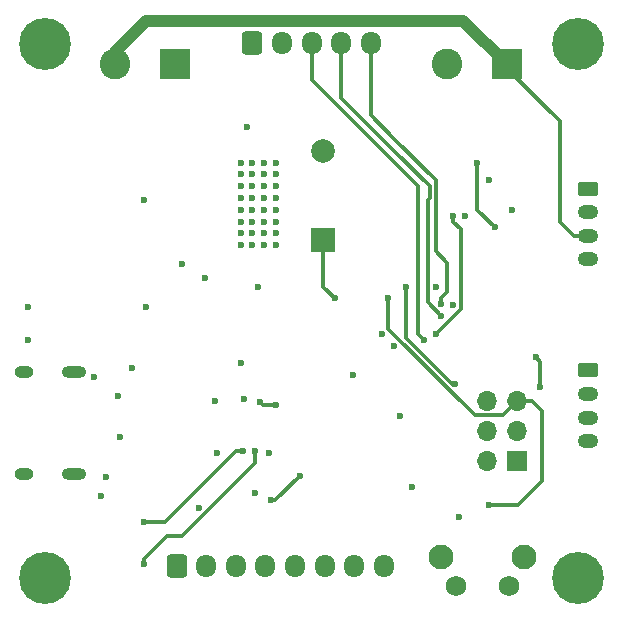
<source format=gbl>
%TF.GenerationSoftware,KiCad,Pcbnew,8.0.8-8.0.8-0~ubuntu24.04.1*%
%TF.CreationDate,2025-02-01T12:16:17-07:00*%
%TF.ProjectId,Control Board,436f6e74-726f-46c2-9042-6f6172642e6b,rev?*%
%TF.SameCoordinates,Original*%
%TF.FileFunction,Copper,L4,Bot*%
%TF.FilePolarity,Positive*%
%FSLAX46Y46*%
G04 Gerber Fmt 4.6, Leading zero omitted, Abs format (unit mm)*
G04 Created by KiCad (PCBNEW 8.0.8-8.0.8-0~ubuntu24.04.1) date 2025-02-01 12:16:17*
%MOMM*%
%LPD*%
G01*
G04 APERTURE LIST*
G04 Aperture macros list*
%AMRoundRect*
0 Rectangle with rounded corners*
0 $1 Rounding radius*
0 $2 $3 $4 $5 $6 $7 $8 $9 X,Y pos of 4 corners*
0 Add a 4 corners polygon primitive as box body*
4,1,4,$2,$3,$4,$5,$6,$7,$8,$9,$2,$3,0*
0 Add four circle primitives for the rounded corners*
1,1,$1+$1,$2,$3*
1,1,$1+$1,$4,$5*
1,1,$1+$1,$6,$7*
1,1,$1+$1,$8,$9*
0 Add four rect primitives between the rounded corners*
20,1,$1+$1,$2,$3,$4,$5,0*
20,1,$1+$1,$4,$5,$6,$7,0*
20,1,$1+$1,$6,$7,$8,$9,0*
20,1,$1+$1,$8,$9,$2,$3,0*%
G04 Aperture macros list end*
%TA.AperFunction,ComponentPad*%
%ADD10R,2.600000X2.600000*%
%TD*%
%TA.AperFunction,ComponentPad*%
%ADD11C,2.600000*%
%TD*%
%TA.AperFunction,ComponentPad*%
%ADD12RoundRect,0.250000X-0.625000X0.350000X-0.625000X-0.350000X0.625000X-0.350000X0.625000X0.350000X0*%
%TD*%
%TA.AperFunction,ComponentPad*%
%ADD13O,1.750000X1.200000*%
%TD*%
%TA.AperFunction,ComponentPad*%
%ADD14C,4.400000*%
%TD*%
%TA.AperFunction,HeatsinkPad*%
%ADD15O,2.100000X1.000000*%
%TD*%
%TA.AperFunction,HeatsinkPad*%
%ADD16O,1.600000X1.000000*%
%TD*%
%TA.AperFunction,ComponentPad*%
%ADD17R,2.000000X2.000000*%
%TD*%
%TA.AperFunction,ComponentPad*%
%ADD18C,2.000000*%
%TD*%
%TA.AperFunction,ComponentPad*%
%ADD19C,2.100000*%
%TD*%
%TA.AperFunction,ComponentPad*%
%ADD20C,1.750000*%
%TD*%
%TA.AperFunction,ComponentPad*%
%ADD21R,1.700000X1.700000*%
%TD*%
%TA.AperFunction,ComponentPad*%
%ADD22O,1.700000X1.700000*%
%TD*%
%TA.AperFunction,ComponentPad*%
%ADD23RoundRect,0.250000X-0.600000X-0.725000X0.600000X-0.725000X0.600000X0.725000X-0.600000X0.725000X0*%
%TD*%
%TA.AperFunction,ComponentPad*%
%ADD24O,1.700000X1.950000*%
%TD*%
%TA.AperFunction,ViaPad*%
%ADD25C,0.600000*%
%TD*%
%TA.AperFunction,Conductor*%
%ADD26C,0.300000*%
%TD*%
%TA.AperFunction,Conductor*%
%ADD27C,1.000000*%
%TD*%
G04 APERTURE END LIST*
D10*
%TO.P,J1,1,Pin_1*%
%TO.N,GND*%
X148480000Y-77695000D03*
D11*
%TO.P,J1,2,Pin_2*%
%TO.N,+9V*%
X143400000Y-77695000D03*
%TD*%
D12*
%TO.P,J7,1,Pin_1*%
%TO.N,BTN2*%
X183400000Y-103600000D03*
D13*
%TO.P,J7,2,Pin_2*%
%TO.N,GND*%
X183400000Y-105600000D03*
%TO.P,J7,3,Pin_3*%
%TO.N,BTN1*%
X183400000Y-107600000D03*
%TO.P,J7,4,Pin_4*%
%TO.N,GND*%
X183400000Y-109600000D03*
%TD*%
D14*
%TO.P,H3,1,1*%
%TO.N,GND*%
X182600000Y-76000000D03*
%TD*%
D15*
%TO.P,J2,S1,SHIELD*%
%TO.N,Net-(J2-SHIELD)*%
X139851573Y-103771573D03*
D16*
X135671573Y-103771573D03*
D15*
X139851573Y-112411573D03*
D16*
X135671573Y-112411573D03*
%TD*%
D12*
%TO.P,J5,1,Pin_1*%
%TO.N,HI_HEAT_LED*%
X183400000Y-88200000D03*
D13*
%TO.P,J5,2,Pin_2*%
%TO.N,HI_HEAT_K*%
X183400000Y-90200000D03*
%TO.P,J5,3,Pin_3*%
%TO.N,+9V*%
X183400000Y-92200000D03*
%TO.P,J5,4,Pin_4*%
%TO.N,/Connectors/SSR1_LED_K*%
X183400000Y-94200000D03*
%TD*%
D10*
%TO.P,J8,1,Pin_1*%
%TO.N,+9V*%
X176545000Y-77695000D03*
D11*
%TO.P,J8,2,Pin_2*%
%TO.N,Net-(J8-Pin_2)*%
X171465000Y-77695000D03*
%TD*%
D17*
%TO.P,BZ1,1,+*%
%TO.N,/Microcontroller/BUZZER*%
X161000000Y-92600000D03*
D18*
%TO.P,BZ1,2,-*%
%TO.N,Net-(BZ1--)*%
X161000000Y-85000000D03*
%TD*%
D19*
%TO.P,SW1,*%
%TO.N,*%
X177950000Y-119400000D03*
X170940000Y-119400000D03*
D20*
%TO.P,SW1,1,1*%
%TO.N,GND*%
X176700000Y-121890000D03*
%TO.P,SW1,2,2*%
%TO.N,AVR_RST*%
X172200000Y-121890000D03*
%TD*%
D21*
%TO.P,J6,1,Pin_1*%
%TO.N,TC_DAT*%
X177400000Y-111280000D03*
D22*
%TO.P,J6,2,Pin_2*%
%TO.N,VCC*%
X174860000Y-111280000D03*
%TO.P,J6,3,Pin_3*%
%TO.N,ICSP_13*%
X177400000Y-108740000D03*
%TO.P,J6,4,Pin_4*%
%TO.N,TC_CS*%
X174860000Y-108740000D03*
%TO.P,J6,5,Pin_5*%
%TO.N,AVR_RST*%
X177400000Y-106200000D03*
%TO.P,J6,6,Pin_6*%
%TO.N,GND*%
X174860000Y-106200000D03*
%TD*%
D23*
%TO.P,J3,1,Pin_1*%
%TO.N,GND*%
X155000000Y-75896573D03*
D24*
%TO.P,J3,2,Pin_2*%
%TO.N,VCC*%
X157500000Y-75896573D03*
%TO.P,J3,3,Pin_3*%
%TO.N,TC_CLK*%
X160000000Y-75896573D03*
%TO.P,J3,4,Pin_4*%
%TO.N,TC_CS*%
X162500000Y-75896573D03*
%TO.P,J3,5,Pin_5*%
%TO.N,TC_DAT*%
X165000000Y-75896573D03*
%TD*%
D23*
%TO.P,J4,1,Pin_1*%
%TO.N,VCC*%
X148600000Y-120200000D03*
D24*
%TO.P,J4,2,Pin_2*%
%TO.N,GND*%
X151100000Y-120200000D03*
%TO.P,J4,3,Pin_3*%
%TO.N,LCD_CS*%
X153600000Y-120200000D03*
%TO.P,J4,4,Pin_4*%
%TO.N,LCD_RST*%
X156100000Y-120200000D03*
%TO.P,J4,5,Pin_5*%
%TO.N,LCD_DC*%
X158600000Y-120200000D03*
%TO.P,J4,6,Pin_6*%
%TO.N,LCD_DIN*%
X161100000Y-120200000D03*
%TO.P,J4,7,Pin_7*%
%TO.N,LCD_CLK*%
X163600000Y-120200000D03*
%TO.P,J4,8,Pin_8*%
%TO.N,/Connectors/LCD_BL*%
X166100000Y-120200000D03*
%TD*%
D14*
%TO.P,H4,1,1*%
%TO.N,GND*%
X182600000Y-121200000D03*
%TD*%
%TO.P,H1,1,1*%
%TO.N,GND*%
X137400000Y-76000000D03*
%TD*%
%TO.P,H2,1,1*%
%TO.N,GND*%
X137400000Y-121200000D03*
%TD*%
D25*
%TO.N,GND*%
X154000000Y-103000000D03*
X155000000Y-93000000D03*
X156000000Y-93000000D03*
X154000000Y-93000000D03*
X157000000Y-92000000D03*
X157000000Y-93000000D03*
X155000000Y-92000000D03*
X156000000Y-92000000D03*
X154000000Y-92000000D03*
X155000000Y-91000000D03*
X155000000Y-90000000D03*
X156000000Y-90000000D03*
X157000000Y-91000000D03*
X154000000Y-90000000D03*
X157000000Y-89000000D03*
X157000000Y-90000000D03*
X155000000Y-89000000D03*
X154000000Y-91000000D03*
X156000000Y-89000000D03*
X156000000Y-91000000D03*
X154000000Y-89000000D03*
X157000000Y-88000000D03*
X156000000Y-88000000D03*
X155000000Y-88000000D03*
X154000000Y-88000000D03*
X157000000Y-87000000D03*
X156000000Y-87000000D03*
X155000000Y-87000000D03*
X154000000Y-87000000D03*
X157000000Y-86000000D03*
X156000000Y-86000000D03*
X155000000Y-86000000D03*
X154000000Y-86000000D03*
X154500000Y-83000000D03*
%TO.N,TC_CLK*%
X169500000Y-101000000D03*
%TO.N,TC_CS*%
X171000000Y-99000000D03*
%TO.N,TC_DAT*%
X171000000Y-98000000D03*
%TO.N,Net-(J8-Pin_2)*%
X174000000Y-86000000D03*
X175500000Y-91500000D03*
%TO.N,GND*%
X175000000Y-87500000D03*
%TO.N,AVR_RST*%
X166500000Y-97500000D03*
%TO.N,IDE_A3*%
X168000000Y-96500000D03*
X172150000Y-104750000D03*
%TO.N,GND*%
X172500000Y-116000000D03*
X168500000Y-113500000D03*
%TO.N,AVR_SSR1*%
X170500000Y-100500000D03*
X172000000Y-90500000D03*
%TO.N,GND*%
X173000000Y-90500000D03*
X177000000Y-90000000D03*
X155500000Y-96500000D03*
%TO.N,VCC*%
X171980655Y-98092982D03*
X166000000Y-100500000D03*
%TO.N,GND*%
X170500000Y-96500000D03*
X167000000Y-101500000D03*
X163500000Y-104000000D03*
X167500000Y-107500000D03*
%TO.N,Net-(U5-PD3)*%
X156573370Y-114573370D03*
X159000000Y-112500000D03*
%TO.N,/Microcontroller/BUZZER*%
X162000000Y-97500000D03*
%TO.N,/Microcontroller/AVR_TX*%
X155650000Y-106290380D03*
X157000000Y-106500000D03*
%TO.N,AVR_RST*%
X175000000Y-115000000D03*
%TO.N,ICSP_13*%
X179000000Y-102500000D03*
X179350000Y-105000000D03*
%TO.N,GND*%
X142600000Y-112600000D03*
X141600000Y-104200000D03*
X150440380Y-115240380D03*
X136000000Y-98200000D03*
X145800000Y-89200000D03*
X143600000Y-105800000D03*
X152000000Y-110600000D03*
X154247972Y-106056694D03*
X156400000Y-110600000D03*
X142200000Y-114200000D03*
X155200000Y-114000000D03*
X151800000Y-106200000D03*
X136000000Y-101000000D03*
X143800000Y-109200000D03*
X144800000Y-103400000D03*
%TO.N,VCC*%
X151000000Y-95800000D03*
X149000000Y-94621573D03*
X146000000Y-98200000D03*
%TO.N,/Microcontroller/TXL_K*%
X155200000Y-110400000D03*
X145800000Y-120000000D03*
%TO.N,/Microcontroller/RXL_K*%
X154200000Y-110400000D03*
X145800000Y-116400000D03*
%TD*%
D26*
%TO.N,TC_CLK*%
X160000000Y-79000000D02*
X165500000Y-84500000D01*
X169000000Y-95500000D02*
X169000000Y-100500000D01*
X160000000Y-75896573D02*
X160000000Y-79000000D01*
X169000000Y-100500000D02*
X169500000Y-101000000D01*
X165500000Y-84500000D02*
X169000000Y-88000000D01*
X169000000Y-88000000D02*
X169000000Y-95500000D01*
%TO.N,TC_CS*%
X169850000Y-97850000D02*
X171000000Y-99000000D01*
X170000000Y-89000000D02*
X169850000Y-89150000D01*
X162500000Y-80500000D02*
X167000000Y-85000000D01*
X167000000Y-85000000D02*
X170000000Y-88000000D01*
X162500000Y-75896573D02*
X162500000Y-80500000D01*
X169850000Y-89150000D02*
X169850000Y-97850000D01*
X170000000Y-88000000D02*
X170000000Y-89000000D01*
%TO.N,TC_DAT*%
X171500000Y-94500000D02*
X171500000Y-97000000D01*
X170500000Y-87500000D02*
X170500000Y-93500000D01*
X165000000Y-82000000D02*
X167000000Y-84000000D01*
X165000000Y-75896573D02*
X165000000Y-82000000D01*
X170500000Y-93500000D02*
X171500000Y-94500000D01*
X167000000Y-84000000D02*
X170500000Y-87500000D01*
X171500000Y-97000000D02*
X171000000Y-97500000D01*
X171000000Y-97500000D02*
X171000000Y-98000000D01*
%TO.N,IDE_A3*%
X168000000Y-100850000D02*
X171900000Y-104750000D01*
X168000000Y-96500000D02*
X168000000Y-100850000D01*
X171900000Y-104750000D02*
X172150000Y-104750000D01*
%TO.N,Net-(J8-Pin_2)*%
X174000000Y-90000000D02*
X174000000Y-86000000D01*
X175500000Y-91500000D02*
X174000000Y-90000000D01*
%TO.N,+9V*%
X183400000Y-92200000D02*
X182200000Y-92200000D01*
X176545000Y-78045000D02*
X176545000Y-77695000D01*
X181000000Y-91000000D02*
X181000000Y-82500000D01*
X182200000Y-92200000D02*
X181000000Y-91000000D01*
X181000000Y-82500000D02*
X176545000Y-78045000D01*
D27*
X176545000Y-77695000D02*
X172850000Y-74000000D01*
X172850000Y-74000000D02*
X146000000Y-74000000D01*
X146000000Y-74000000D02*
X143400000Y-76600000D01*
X143400000Y-76600000D02*
X143400000Y-77695000D01*
D26*
%TO.N,AVR_RST*%
X177400000Y-106200000D02*
X176200000Y-107400000D01*
X176200000Y-107400000D02*
X173842893Y-107400000D01*
X173842893Y-107400000D02*
X166500000Y-100057107D01*
X166500000Y-100057107D02*
X166500000Y-97500000D01*
%TO.N,AVR_SSR1*%
X172630655Y-91630655D02*
X172630655Y-98369345D01*
X172000000Y-91000000D02*
X172630655Y-91630655D01*
X172000000Y-90500000D02*
X172000000Y-91000000D01*
X172630655Y-98369345D02*
X170500000Y-100500000D01*
%TO.N,Net-(U5-PD3)*%
X156926630Y-114573370D02*
X156573370Y-114573370D01*
X159000000Y-112500000D02*
X156926630Y-114573370D01*
%TO.N,/Microcontroller/BUZZER*%
X162000000Y-97500000D02*
X161000000Y-96500000D01*
X161000000Y-96500000D02*
X161000000Y-92600000D01*
%TO.N,/Microcontroller/AVR_TX*%
X155650000Y-106290380D02*
X155859620Y-106500000D01*
X155859620Y-106500000D02*
X157000000Y-106500000D01*
%TO.N,AVR_RST*%
X177500000Y-115000000D02*
X175000000Y-115000000D01*
X179500000Y-113000000D02*
X177500000Y-115000000D01*
X178700000Y-106200000D02*
X179500000Y-107000000D01*
X177400000Y-106200000D02*
X178700000Y-106200000D01*
X179500000Y-107000000D02*
X179500000Y-113000000D01*
%TO.N,ICSP_13*%
X179350000Y-102850000D02*
X179000000Y-102500000D01*
X179350000Y-105000000D02*
X179350000Y-102850000D01*
%TO.N,/Microcontroller/TXL_K*%
X149000000Y-117600000D02*
X147800000Y-117600000D01*
X145800000Y-119600000D02*
X145800000Y-120000000D01*
X155200000Y-111400000D02*
X149000000Y-117600000D01*
X147800000Y-117600000D02*
X145800000Y-119600000D01*
X155200000Y-110400000D02*
X155200000Y-111400000D01*
%TO.N,/Microcontroller/RXL_K*%
X153600000Y-110400000D02*
X147600000Y-116400000D01*
X154200000Y-110400000D02*
X153600000Y-110400000D01*
X147600000Y-116400000D02*
X145800000Y-116400000D01*
%TD*%
M02*

</source>
